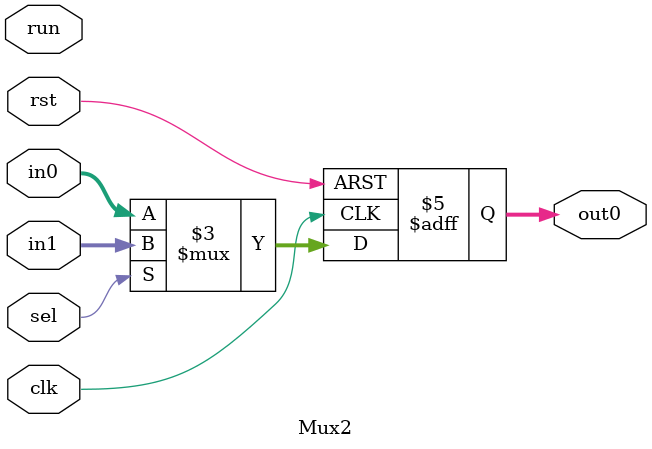
<source format=v>
`timescale 1ns / 1ps
`include "global_defines.vh"
`include "xversat.vh"

module Mux2 #(
         parameter DATA_W = 32
      )
    (
    //control
    input                         clk,
    input                         rst,
    
    input                         run,

    //input / output data
    input [DATA_W-1:0]            in0,
    input [DATA_W-1:0]            in1,

    (* versat_latency = 1 *) output reg [DATA_W-1:0]       out0,
    
    input                         sel
    );

always @(posedge clk,posedge rst)
begin
   if(rst)
      out0 <= 0;
   else
      if(sel)
         out0 <= in1;
      else
         out0 <= in0;
end

endmodule
</source>
